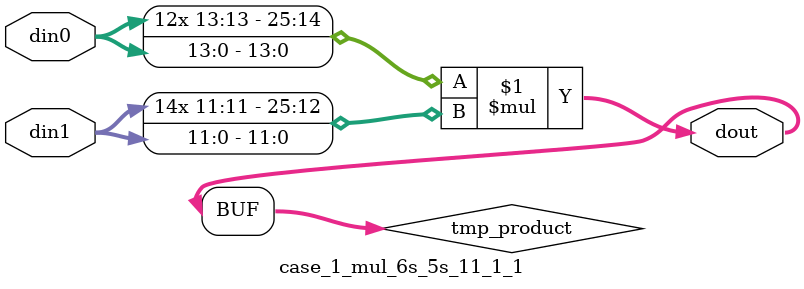
<source format=v>

`timescale 1 ns / 1 ps

 (* use_dsp = "no" *)  module case_1_mul_6s_5s_11_1_1(din0, din1, dout);
parameter ID = 1;
parameter NUM_STAGE = 0;
parameter din0_WIDTH = 14;
parameter din1_WIDTH = 12;
parameter dout_WIDTH = 26;

input [din0_WIDTH - 1 : 0] din0; 
input [din1_WIDTH - 1 : 0] din1; 
output [dout_WIDTH - 1 : 0] dout;

wire signed [dout_WIDTH - 1 : 0] tmp_product;



























assign tmp_product = $signed(din0) * $signed(din1);








assign dout = tmp_product;





















endmodule

</source>
